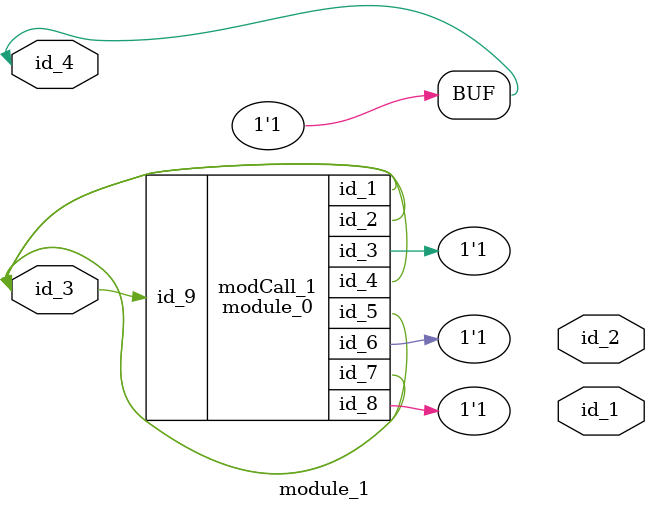
<source format=v>
module module_0 (
    id_1,
    id_2,
    id_3,
    id_4,
    id_5,
    id_6,
    id_7,
    id_8,
    id_9
);
  input wire id_9;
  inout wire id_8;
  inout wire id_7;
  output wire id_6;
  inout wire id_5;
  inout wire id_4;
  inout wire id_3;
  output wire id_2;
  output wire id_1;
  assign id_1 = id_9;
  wire id_10;
  assign id_5 = 1;
endmodule
module module_1 (
    id_1,
    id_2,
    id_3,
    id_4
);
  inout wire id_4;
  inout wire id_3;
  output wire id_2;
  output wire id_1;
  assign id_4 = 1;
  module_0 modCall_1 (
      id_3,
      id_3,
      id_4,
      id_3,
      id_3,
      id_4,
      id_3,
      id_4,
      id_3
  );
endmodule

</source>
